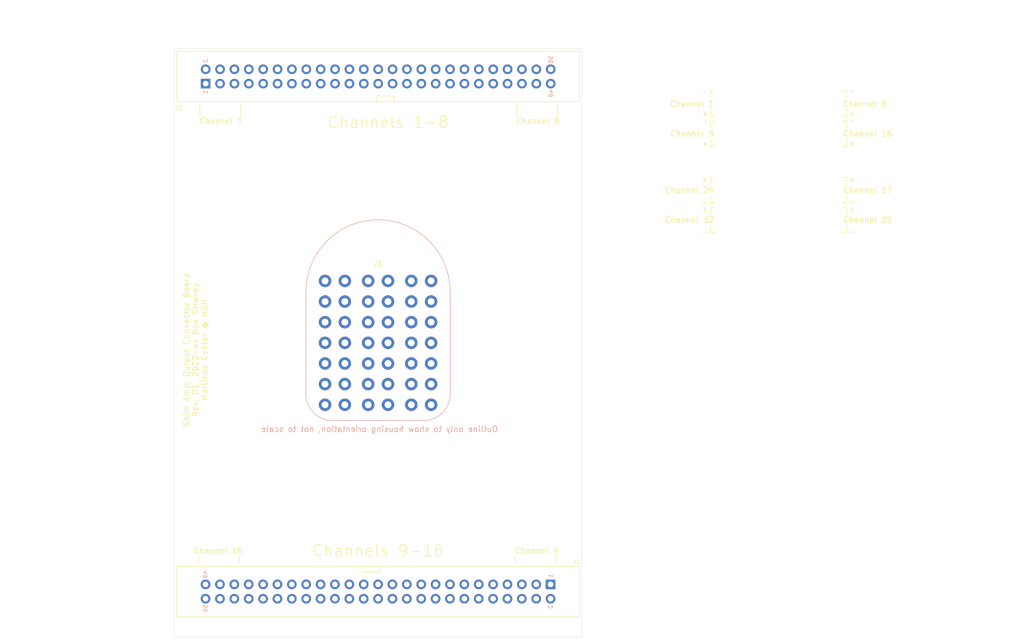
<source format=kicad_pcb>
(kicad_pcb (version 20211014) (generator pcbnew)
  (layers (0 "F.Cu" signal) (1 "In1.Cu" signal) (2 "In2.Cu" signal) (31 "B.Cu" signal) (34 "B.Paste" user) (35 "F.Paste" user) (36 "B.SilkS" user "B.Silkscreen") (37 "F.SilkS" user "F.Silkscreen") (38 "B.Mask" user) (39 "F.Mask" user) (44 "Edge.Cuts" user))
  (net 0 "")
  (net 9 "/P9+")
  (net 10 "/P9-")
  (net 11 "/P1+")
  (net 12 "/P1-")
  (net 13 "/P10+")
  (net 14 "/P10-")
  (net 15 "/P2+")
  (net 16 "/P2-")
  (net 17 "/P11+")
  (net 18 "/P11-")
  (net 19 "/P3+")
  (net 20 "/P3-")
  (net 21 "/P12+")
  (net 22 "/P12-")
  (net 23 "/P4+")
  (net 24 "/P4-")
  (net 25 "/P13+")
  (net 26 "/P13-")
  (net 27 "/P5+")
  (net 28 "/P5-")
  (net 29 "/P14+")
  (net 30 "/P14-")
  (net 31 "/P6+")
  (net 32 "/P6-")
  (net 33 "/P15+")
  (net 34 "/P15-")
  (net 35 "/P7+")
  (net 36 "/P7-")
  (net 37 "/P16+")
  (net 38 "/P16-")
  (net 39 "/P8+")
  (net 40 "/P8-")
  (footprint "Martinos_std:PinHeader_2x25_P2.54mm_Vertical_Shrouded" (layer "F.Cu") (at 78.54 73.17 90)
    (fp_text reference "J2" (at -4.33 -4.79 180) (layer "F.SilkS") (effects (font (size 0.7 0.7) (thickness 0.12))))
    (fp_text value "Conn_02x25_Odd_Even")
    (fp_text user "1" (at -1.5 0 90) (layer "B.SilkS") (effects (font (size 0.7 0.7) (thickness 0.12)) (justify mirror)))
    (fp_text user "50" (at 4.25 61 90) (layer "B.SilkS") (effects (font (size 0.7 0.7) (thickness 0.12)) (justify mirror)))
    (fp_text user "2" (at 4 0 90) (layer "B.SilkS") (effects (font (size 0.7 0.7) (thickness 0.12)) (justify mirror)))
    (fp_text user "49" (at -1.75 61 90) (layer "B.SilkS") (effects (font (size 0.7 0.7) (thickness 0.12)) (justify mirror)))
    (fp_line (start 5.73 -5.08) (end 5.73 66.04) (layer "F.SilkS") (width 0.12))
    (fp_line (start -3.19 66.04) (end 5.73 66.04) (layer "F.SilkS") (width 0.12))
    (fp_line (start -2.174 30.226) (end -2.174 33.274) (layer "F.SilkS") (width 0.12))
    (fp_line (start -3.19 30.226) (end -2.174 30.226) (layer "F.SilkS") (width 0.12))
    (fp_line (start -3.19 -5.08) (end 5.73 -5.08) (layer "F.SilkS") (width 0.12))
    (fp_line (start -2.174 33.274) (end -3.19 33.274) (layer "F.SilkS") (width 0.12))
    (fp_line (start -3.19 -5.08) (end -3.19 66.04) (layer "F.SilkS") (width 0.12))
    (pad "1" thru_hole rect locked (at 0 0 90) (size 1.7 1.7) (drill 1) (layers *.Cu *.Mask) (net 11 "/P1+"))
    (pad "2" thru_hole oval locked (at 2.54 0 90) (size 1.7 1.7) (drill 1) (layers *.Cu *.Mask) (net 12 "/P1-"))
    (pad "3" thru_hole oval locked (at 0 2.54 90) (size 1.7 1.7) (drill 1) (layers *.Cu *.Mask) (net 11 "/P1+"))
    (pad "4" thru_hole oval locked (at 2.54 2.54 90) (size 1.7 1.7) (drill 1) (layers *.Cu *.Mask) (net 12 "/P1-"))
    (pad "5" thru_hole oval locked (at 0 5.08 90) (size 1.7 1.7) (drill 1) (layers *.Cu *.Mask) (net 11 "/P1+"))
    (pad "6" thru_hole oval locked (at 2.54 5.08 90) (size 1.7 1.7) (drill 1) (layers *.Cu *.Mask) (net 12 "/P1-"))
    (pad "7" thru_hole oval locked (at 0 7.62 90) (size 1.7 1.7) (drill 1) (layers *.Cu *.Mask) (net 15 "/P2+"))
    (pad "8" thru_hole oval locked (at 2.54 7.62 90) (size 1.7 1.7) (drill 1) (layers *.Cu *.Mask) (net 16 "/P2-"))
    (pad "9" thru_hole oval locked (at 0 10.16 90) (size 1.7 1.7) (drill 1) (layers *.Cu *.Mask) (net 15 "/P2+"))
    (pad "10" thru_hole oval locked (at 2.54 10.16 90) (size 1.7 1.7) (drill 1) (layers *.Cu *.Mask) (net 16 "/P2-"))
    (pad "11" thru_hole oval locked (at 0 12.7 90) (size 1.7 1.7) (drill 1) (layers *.Cu *.Mask) (net 15 "/P2+"))
    (pad "12" thru_hole oval locked (at 2.54 12.7 90) (size 1.7 1.7) (drill 1) (layers *.Cu *.Mask) (net 16 "/P2-"))
    (pad "13" thru_hole oval locked (at 0 15.24 90) (size 1.7 1.7) (drill 1) (layers *.Cu *.Mask) (net 19 "/P3+"))
    (pad "14" thru_hole oval locked (at 2.54 15.24 90) (size 1.7 1.7) (drill 1) (layers *.Cu *.Mask) (net 20 "/P3-"))
    (pad "15" thru_hole oval locked (at 0 17.78 90) (size 1.7 1.7) (drill 1) (layers *.Cu *.Mask) (net 19 "/P3+"))
    (pad "16" thru_hole oval locked (at 2.54 17.78 90) (size 1.7 1.7) (drill 1) (layers *.Cu *.Mask) (net 20 "/P3-"))
    (pad "17" thru_hole oval locked (at 0 20.32 90) (size 1.7 1.7) (drill 1) (layers *.Cu *.Mask) (net 19 "/P3+"))
    (pad "18" thru_hole oval locked (at 2.54 20.32 90) (size 1.7 1.7) (drill 1) (layers *.Cu *.Mask) (net 20 "/P3-"))
    (pad "19" thru_hole oval locked (at 0 22.86 90) (size 1.7 1.7) (drill 1) (layers *.Cu *.Mask) (net 23 "/P4+"))
    (pad "20" thru_hole oval locked (at 2.54 22.86 90) (size 1.7 1.7) (drill 1) (layers *.Cu *.Mask) (net 24 "/P4-"))
    (pad "21" thru_hole oval locked (at 0 25.4 90) (size 1.7 1.7) (drill 1) (layers *.Cu *.Mask) (net 23 "/P4+"))
    (pad "22" thru_hole oval locked (at 2.54 25.4 90) (size 1.7 1.7) (drill 1) (layers *.Cu *.Mask) (net 24 "/P4-"))
    (pad "23" thru_hole oval locked (at 0 27.94 90) (size 1.7 1.7) (drill 1) (layers *.Cu *.Mask) (net 23 "/P4+"))
    (pad "24" thru_hole oval locked (at 2.54 27.94 90) (size 1.7 1.7) (drill 1) (layers *.Cu *.Mask) (net 24 "/P4-"))
    (pad "25" thru_hole oval locked (at 0 30.48 90) (size 1.7 1.7) (drill 1) (layers *.Cu *.Mask))
    (pad "26" thru_hole oval locked (at 2.54 30.48 90) (size 1.7 1.7) (drill 1) (layers *.Cu *.Mask))
    (pad "27" thru_hole oval locked (at 0 33.02 90) (size 1.7 1.7) (drill 1) (layers *.Cu *.Mask) (net 27 "/P5+"))
    (pad "28" thru_hole oval locked (at 2.54 33.02 90) (size 1.7 1.7) (drill 1) (layers *.Cu *.Mask) (net 28 "/P5-"))
    (pad "29" thru_hole oval locked (at 0 35.56 90) (size 1.7 1.7) (drill 1) (layers *.Cu *.Mask) (net 27 "/P5+"))
    (pad "30" thru_hole oval locked (at 2.54 35.56 90) (size 1.7 1.7) (drill 1) (layers *.Cu *.Mask) (net 28 "/P5-"))
    (pad "31" thru_hole oval locked (at 0 38.1 90) (size 1.7 1.7) (drill 1) (layers *.Cu *.Mask) (net 27 "/P5+"))
    (pad "32" thru_hole oval locked (at 2.54 38.1 90) (size 1.7 1.7) (drill 1) (layers *.Cu *.Mask) (net 28 "/P5-"))
    (pad "33" thru_hole oval locked (at 0 40.64 90) (size 1.7 1.7) (drill 1) (layers *.Cu *.Mask) (net 31 "/P6+"))
    (pad "34" thru_hole oval locked (at 2.54 40.64 90) (size 1.7 1.7) (drill 1) (layers *.Cu *.Mask) (net 32 "/P6-"))
    (pad "35" thru_hole oval locked (at 0 43.18 90) (size 1.7 1.7) (drill 1) (layers *.Cu *.Mask) (net 31 "/P6+"))
    (pad "36" thru_hole oval locked (at 2.54 43.18 90) (size 1.7 1.7) (drill 1) (layers *.Cu *.Mask) (net 32 "/P6-"))
    (pad "37" thru_hole oval locked (at 0 45.72 90) (size 1.7 1.7) (drill 1) (layers *.Cu *.Mask) (net 31 "/P6+"))
    (pad "38" thru_hole oval locked (at 2.54 45.72 90) (size 1.7 1.7) (drill 1) (layers *.Cu *.Mask) (net 32 "/P6-"))
    (pad "39" thru_hole oval locked (at 0 48.26 90) (size 1.7 1.7) (drill 1) (layers *.Cu *.Mask) (net 35 "/P7+"))
    (pad "40" thru_hole oval locked (at 2.54 48.26 90) (size 1.7 1.7) (drill 1) (layers *.Cu *.Mask) (net 36 "/P7-"))
    (pad "41" thru_hole oval locked (at 0 50.8 90) (size 1.7 1.7) (drill 1) (layers *.Cu *.Mask) (net 35 "/P7+"))
    (pad "42" thru_hole oval locked (at 2.54 50.8 90) (size 1.7 1.7) (drill 1) (layers *.Cu *.Mask) (net 36 "/P7-"))
    (pad "43" thru_hole oval locked (at 0 53.34 90) (size 1.7 1.7) (drill 1) (layers *.Cu *.Mask) (net 35 "/P7+"))
    (pad "44" thru_hole oval locked (at 2.54 53.34 90) (size 1.7 1.7) (drill 1) (layers *.Cu *.Mask) (net 36 "/P7-"))
    (pad "45" thru_hole oval locked (at 0 55.88 90) (size 1.7 1.7) (drill 1) (layers *.Cu *.Mask) (net 39 "/P8+"))
    (pad "46" thru_hole oval locked (at 2.54 55.88 90) (size 1.7 1.7) (drill 1) (layers *.Cu *.Mask) (net 40 "/P8-"))
    (pad "47" thru_hole oval locked (at 0 58.42 90) (size 1.7 1.7) (drill 1) (layers *.Cu *.Mask) (net 39 "/P8+"))
    (pad "48" thru_hole oval locked (at 2.54 58.42 90) (size 1.7 1.7) (drill 1) (layers *.Cu *.Mask) (net 40 "/P8-"))
    (pad "49" thru_hole oval locked (at 0 60.96 90) (size 1.7 1.7) (drill 1) (layers *.Cu *.Mask) (net 39 "/P8+"))
    (pad "50" thru_hole oval locked (at 2.54 60.96 90) (size 1.7 1.7) (drill 1) (layers *.Cu *.Mask) (net 40 "/P8-"))
  )
  (footprint "Martinos_std:PinHeader_2x25_P2.54mm_Vertical_Shrouded" (layer "F.Cu") (at 139.48 161.71 -90)
    (fp_text reference "J3" (at -3.96 -4.54) (layer "F.SilkS") (effects (font (size 0.7 0.7) (thickness 0.12))))
    (fp_text value "Conn_02x25_Odd_Even")
    (fp_text user "50" (at 4.25 61 90) (layer "B.SilkS") (effects (font (size 0.7 0.7) (thickness 0.12)) (justify mirror)))
    (fp_text user "1" (at -1.5 0 90) (layer "B.SilkS") (effects (font (size 0.7 0.7) (thickness 0.12)) (justify mirror)))
    (fp_text user "49" (at -1.75 61 90) (layer "B.SilkS") (effects (font (size 0.7 0.7) (thickness 0.12)) (justify mirror)))
    (fp_text user "2" (at 4 0 90) (layer "B.SilkS") (effects (font (size 0.7 0.7) (thickness 0.12)) (justify mirror)))
    (fp_line (start 5.73 -5.08) (end 5.73 66.04) (layer "F.SilkS") (width 0.12))
    (fp_line (start -2.174 30.226) (end -2.174 33.274) (layer "F.SilkS") (width 0.12))
    (fp_line (start -3.19 -5.08) (end -3.19 66.04) (layer "F.SilkS") (width 0.12))
    (fp_line (start -3.19 30.226) (end -2.174 30.226) (layer "F.SilkS") (width 0.12))
    (fp_line (start -2.174 33.274) (end -3.19 33.274) (layer "F.SilkS") (width 0.12))
    (fp_line (start -3.19 66.04) (end 5.73 66.04) (layer "F.SilkS") (width 0.12))
    (fp_line (start -3.19 -5.08) (end 5.73 -5.08) (layer "F.SilkS") (width 0.12))
    (pad "1" thru_hole rect locked (at 0 0 270) (size 1.7 1.7) (drill 1) (layers *.Cu *.Mask) (net 9 "/P9+"))
    (pad "2" thru_hole oval locked (at 2.54 0 270) (size 1.7 1.7) (drill 1) (layers *.Cu *.Mask) (net 10 "/P9-"))
    (pad "3" thru_hole oval locked (at 0 2.54 270) (size 1.7 1.7) (drill 1) (layers *.Cu *.Mask) (net 9 "/P9+"))
    (pad "4" thru_hole oval locked (at 2.54 2.54 270) (size 1.7 1.7) (drill 1) (layers *.Cu *.Mask) (net 10 "/P9-"))
    (pad "5" thru_hole oval locked (at 0 5.08 270) (size 1.7 1.7) (drill 1) (layers *.Cu *.Mask) (net 9 "/P9+"))
    (pad "6" thru_hole oval locked (at 2.54 5.08 270) (size 1.7 1.7) (drill 1) (layers *.Cu *.Mask) (net 10 "/P9-"))
    (pad "7" thru_hole oval locked (at 0 7.62 270) (size 1.7 1.7) (drill 1) (layers *.Cu *.Mask) (net 13 "/P10+"))
    (pad "8" thru_hole oval locked (at 2.54 7.62 270) (size 1.7 1.7) (drill 1) (layers *.Cu *.Mask) (net 14 "/P10-"))
    (pad "9" thru_hole oval locked (at 0 10.16 270) (size 1.7 1.7) (drill 1) (layers *.Cu *.Mask) (net 13 "/P10+"))
    (pad "10" thru_hole oval locked (at 2.54 10.16 270) (size 1.7 1.7) (drill 1) (layers *.Cu *.Mask) (net 14 "/P10-"))
    (pad "11" thru_hole oval locked (at 0 12.7 270) (size 1.7 1.7) (drill 1) (layers *.Cu *.Mask) (net 13 "/P10+"))
    (pad "12" thru_hole oval locked (at 2.54 12.7 270) (size 1.7 1.7) (drill 1) (layers *.Cu *.Mask) (net 14 "/P10-"))
    (pad "13" thru_hole oval locked (at 0 15.24 270) (size 1.7 1.7) (drill 1) (layers *.Cu *.Mask) (net 17 "/P11+"))
    (pad "14" thru_hole oval locked (at 2.54 15.24 270) (size 1.7 1.7) (drill 1) (layers *.Cu *.Mask) (net 18 "/P11-"))
    (pad "15" thru_hole oval locked (at 0 17.78 270) (size 1.7 1.7) (drill 1) (layers *.Cu *.Mask) (net 17 "/P11+"))
    (pad "16" thru_hole oval locked (at 2.54 17.78 270) (size 1.7 1.7) (drill 1) (layers *.Cu *.Mask) (net 18 "/P11-"))
    (pad "17" thru_hole oval locked (at 0 20.32 270) (size 1.7 1.7) (drill 1) (layers *.Cu *.Mask) (net 17 "/P11+"))
    (pad "18" thru_hole oval locked (at 2.54 20.32 270) (size 1.7 1.7) (drill 1) (layers *.Cu *.Mask) (net 18 "/P11-"))
    (pad "19" thru_hole oval locked (at 0 22.86 270) (size 1.7 1.7) (drill 1) (layers *.Cu *.Mask) (net 21 "/P12+"))
    (pad "20" thru_hole oval locked (at 2.54 22.86 270) (size 1.7 1.7) (drill 1) (layers *.Cu *.Mask) (net 22 "/P12-"))
    (pad "21" thru_hole oval locked (at 0 25.4 270) (size 1.7 1.7) (drill 1) (layers *.Cu *.Mask) (net 21 "/P12+"))
    (pad "22" thru_hole oval locked (at 2.54 25.4 270) (size 1.7 1.7) (drill 1) (layers *.Cu *.Mask) (net 22 "/P12-"))
    (pad "23" thru_hole oval locked (at 0 27.94 270) (size 1.7 1.7) (drill 1) (layers *.Cu *.Mask) (net 21 "/P12+"))
    (pad "24" thru_hole oval locked (at 2.54 27.94 270) (size 1.7 1.7) (drill 1) (layers *.Cu *.Mask) (net 22 "/P12-"))
    (pad "25" thru_hole oval locked (at 0 30.48 270) (size 1.7 1.7) (drill 1) (layers *.Cu *.Mask))
    (pad "26" thru_hole oval locked (at 2.54 30.48 270) (size 1.7 1.7) (drill 1) (layers *.Cu *.Mask))
    (pad "27" thru_hole oval locked (at 0 33.02 270) (size 1.7 1.7) (drill 1) (layers *.Cu *.Mask) (net 25 "/P13+"))
    (pad "28" thru_hole oval locked (at 2.54 33.02 270) (size 1.7 1.7) (drill 1) (layers *.Cu *.Mask) (net 26 "/P13-"))
    (pad "29" thru_hole oval locked (at 0 35.56 270) (size 1.7 1.7) (drill 1) (layers *.Cu *.Mask) (net 25 "/P13+"))
    (pad "30" thru_hole oval locked (at 2.54 35.56 270) (size 1.7 1.7) (drill 1) (layers *.Cu *.Mask) (net 26 "/P13-"))
    (pad "31" thru_hole oval locked (at 0 38.1 270) (size 1.7 1.7) (drill 1) (layers *.Cu *.Mask) (net 25 "/P13+"))
    (pad "32" thru_hole oval locked (at 2.54 38.1 270) (size 1.7 1.7) (drill 1) (layers *.Cu *.Mask) (net 26 "/P13-"))
    (pad "33" thru_hole oval locked (at 0 40.64 270) (size 1.7 1.7) (drill 1) (layers *.Cu *.Mask) (net 29 "/P14+"))
    (pad "34" thru_hole oval locked (at 2.54 40.64 270) (size 1.7 1.7) (drill 1) (layers *.Cu *.Mask) (net 30 "/P14-"))
    (pad "35" thru_hole oval locked (at 0 43.18 270) (size 1.7 1.7) (drill 1) (layers *.Cu *.Mask) (net 29 "/P14+"))
    (pad "36" thru_hole oval locked (at 2.54 43.18 270) (size 1.7 1.7) (drill 1) (layers *.Cu *.Mask) (net 30 "/P14-"))
    (pad "37" thru_hole oval locked (at 0 45.72 270) (size 1.7 1.7) (drill 1) (layers *.Cu *.Mask) (net 29 "/P14+"))
    (pad "38" thru_hole oval locked (at 2.54 45.72 270) (size 1.7 1.7) (drill 1) (layers *.Cu *.Mask) (net 30 "/P14-"))
    (pad "39" thru_hole oval locked (at 0 48.26 270) (size 1.7 1.7) (drill 1) (layers *.Cu *.Mask) (net 33 "/P15+"))
    (pad "40" thru_hole oval locked (at 2.54 48.26 270) (size 1.7 1.7) (drill 1) (layers *.Cu *.Mask) (net 34 "/P15-"))
    (pad "41" thru_hole oval locked (at 0 50.8 270) (size 1.7 1.7) (drill 1) (layers *.Cu *.Mask) (net 33 "/P15+"))
    (pad "42" thru_hole oval locked (at 2.54 50.8 270) (size 1.7 1.7) (drill 1) (layers *.Cu *.Mask) (net 34 "/P15-"))
    (pad "43" thru_hole oval locked (at 0 53.34 270) (size 1.7 1.7) (drill 1) (layers *.Cu *.Mask) (net 33 "/P15+"))
    (pad "44" thru_hole oval locked (at 2.54 53.34 270) (size 1.7 1.7) (drill 1) (layers *.Cu *.Mask) (net 34 "/P15-"))
    (pad "45" thru_hole oval locked (at 0 55.88 270) (size 1.7 1.7) (drill 1) (layers *.Cu *.Mask) (net 37 "/P16+"))
    (pad "46" thru_hole oval locked (at 2.54 55.88 270) (size 1.7 1.7) (drill 1) (layers *.Cu *.Mask) (net 38 "/P16-"))
    (pad "47" thru_hole oval locked (at 0 58.42 270) (size 1.7 1.7) (drill 1) (layers *.Cu *.Mask) (net 37 "/P16+"))
    (pad "48" thru_hole oval locked (at 2.54 58.42 270) (size 1.7 1.7) (drill 1) (layers *.Cu *.Mask) (net 38 "/P16-"))
    (pad "49" thru_hole oval locked (at 0 60.96 270) (size 1.7 1.7) (drill 1) (layers *.Cu *.Mask) (net 37 "/P16+"))
    (pad "50" thru_hole oval locked (at 2.54 60.96 270) (size 1.7 1.7) (drill 1) (layers *.Cu *.Mask) (net 38 "/P16-"))
  )
  (footprint "MountingHole:MountingHole_4.3mm_M4" (layer "F.Cu") (at 89 89.48)
    (fp_text reference "H1" hide)
    (fp_text value "M4")
    (pad "" np_thru_hole circle locked (at 0 0) (size 4.3 4.3) (drill 4.3) (layers *.Cu *.Mask))
  )
  (footprint "MountingHole:MountingHole_4.3mm_M4" (layer "F.Cu") (at 89 151.48)
    (fp_text reference "H3" hide)
    (fp_text value "M4")
    (pad "" np_thru_hole circle locked (at 0 0) (size 4.3 4.3) (drill 4.3) (layers *.Cu *.Mask))
  )
  (footprint "MountingHole:MountingHole_4.3mm_M4" (layer "F.Cu") (at 129 151.48)
    (fp_text reference "H4" hide)
    (fp_text value "M4")
    (pad "" np_thru_hole circle locked (at 0 0) (size 4.3 4.3) (drill 4.3) (layers *.Cu *.Mask))
  )
  (footprint "MountingHole:MountingHole_4.3mm_M4" (layer "F.Cu") (at 129 89.48)
    (fp_text reference "H2" hide)
    (fp_text value "M4")
    (pad "" np_thru_hole circle locked (at 0 0) (size 4.3 4.3) (drill 4.3) (layers *.Cu *.Mask))
  )
  (footprint "Don:ODU-MAC_Zero_6x7" (layer "B.Cu") (at 109 119 180)
    (fp_text reference "J1" (at 0 13.97) (layer "F.SilkS"))
    (fp_text value "ODU-MAC_Zero_6x7")
    (pad "1" thru_hole circle locked (at -9.37 10.95 180) (size 2.2 2.2) (drill 1.22) (layers *.Cu *.Mask))
    (pad "2" thru_hole circle locked (at -5.87 10.95 180) (size 2.2 2.2) (drill 1.22) (layers *.Cu *.Mask))
    (pad "3" thru_hole circle locked (at -9.37 7.3 180) (size 2.2 2.2) (drill 1.22) (layers *.Cu *.Mask))
    (pad "4" thru_hole circle locked (at -5.87 7.3 180) (size 2.2 2.2) (drill 1.22) (layers *.Cu *.Mask))
    (pad "5" thru_hole circle locked (at -9.37 3.65 180) (size 2.2 2.2) (drill 1.22) (layers *.Cu *.Mask))
    (pad "6" thru_hole circle locked (at -5.87 3.65 180) (size 2.2 2.2) (drill 1.22) (layers *.Cu *.Mask))
    (pad "7" thru_hole circle locked (at -9.37 0 180) (size 2.2 2.2) (drill 1.22) (layers *.Cu *.Mask))
    (pad "8" thru_hole circle locked (at -5.87 0 180) (size 2.2 2.2) (drill 1.22) (layers *.Cu *.Mask))
    (pad "9" thru_hole circle locked (at -9.37 -3.65 180) (size 2.2 2.2) (drill 1.22) (layers *.Cu *.Mask))
    (pad "10" thru_hole circle locked (at -5.87 -3.65 180) (size 2.2 2.2) (drill 1.22) (layers *.Cu *.Mask))
    (pad "11" thru_hole circle locked (at -9.37 -7.3 180) (size 2.2 2.2) (drill 1.22) (layers *.Cu *.Mask))
    (pad "12" thru_hole circle locked (at -5.87 -7.3 180) (size 2.2 2.2) (drill 1.22) (layers *.Cu *.Mask))
    (pad "13" thru_hole circle locked (at -9.37 -10.95 180) (size 2.2 2.2) (drill 1.22) (layers *.Cu *.Mask))
    (pad "14" thru_hole circle locked (at -5.87 -10.95 180) (size 2.2 2.2) (drill 1.22) (layers *.Cu *.Mask))
    (pad "15" thru_hole circle locked (at -1.75 10.95 180) (size 2.2 2.2) (drill 1.22) (layers *.Cu *.Mask))
    (pad "16" thru_hole circle locked (at 1.75 10.95 180) (size 2.2 2.2) (drill 1.22) (layers *.Cu *.Mask))
    (pad "17" thru_hole circle locked (at -1.75 7.3 180) (size 2.2 2.2) (drill 1.22) (layers *.Cu *.Mask))
    (pad "18" thru_hole circle locked (at 1.75 7.3 180) (size 2.2 2.2) (drill 1.22) (layers *.Cu *.Mask))
    (pad "19" thru_hole circle locked (at -1.75 3.65 180) (size 2.2 2.2) (drill 1.22) (layers *.Cu *.Mask))
    (pad "20" thru_hole circle locked (at 1.75 3.65 180) (size 2.2 2.2) (drill 1.22) (layers *.Cu *.Mask))
    (pad "21" thru_hole circle locked (at -1.75 0 180) (size 2.2 2.2) (drill 1.22) (layers *.Cu *.Mask))
    (pad "22" thru_hole circle locked (at 1.75 0 180) (size 2.2 2.2) (drill 1.22) (layers *.Cu *.Mask))
    (pad "23" thru_hole circle locked (at -1.75 -3.65 180) (size 2.2 2.2) (drill 1.22) (layers *.Cu *.Mask))
    (pad "24" thru_hole circle locked (at 1.75 -3.65 180) (size 2.2 2.2) (drill 1.22) (layers *.Cu *.Mask))
    (pad "25" thru_hole circle locked (at -1.75 -7.3 180) (size 2.2 2.2) (drill 1.22) (layers *.Cu *.Mask))
    (pad "26" thru_hole circle locked (at 1.75 -7.3 180) (size 2.2 2.2) (drill 1.22) (layers *.Cu *.Mask))
    (pad "27" thru_hole circle locked (at -1.75 -10.95 180) (size 2.2 2.2) (drill 1.22) (layers *.Cu *.Mask))
    (pad "28" thru_hole circle locked (at 1.75 -10.95 180) (size 2.2 2.2) (drill 1.22) (layers *.Cu *.Mask))
    (pad "29" thru_hole circle locked (at 5.87 10.95 180) (size 2.2 2.2) (drill 1.22) (layers *.Cu *.Mask))
    (pad "30" thru_hole circle locked (at 9.37 10.95 180) (size 2.2 2.2) (drill 1.22) (layers *.Cu *.Mask))
    (pad "31" thru_hole circle locked (at 5.87 7.3 180) (size 2.2 2.2) (drill 1.22) (layers *.Cu *.Mask))
    (pad "32" thru_hole circle locked (at 9.37 7.3 180) (size 2.2 2.2) (drill 1.22) (layers *.Cu *.Mask))
    (pad "33" thru_hole circle locked (at 5.87 3.65 180) (size 2.2 2.2) (drill 1.22) (layers *.Cu *.Mask))
    (pad "34" thru_hole circle locked (at 9.37 3.65 180) (size 2.2 2.2) (drill 1.22) (layers *.Cu *.Mask))
    (pad "35" thru_hole circle locked (at 5.87 0 180) (size 2.2 2.2) (drill 1.22) (layers *.Cu *.Mask))
    (pad "36" thru_hole circle locked (at 9.37 0 180) (size 2.2 2.2) (drill 1.22) (layers *.Cu *.Mask))
    (pad "37" thru_hole circle locked (at 5.87 -3.65 180) (size 2.2 2.2) (drill 1.22) (layers *.Cu *.Mask))
    (pad "38" thru_hole circle locked (at 9.37 -3.65 180) (size 2.2 2.2) (drill 1.22) (layers *.Cu *.Mask))
    (pad "39" thru_hole circle locked (at 5.87 -7.3 180) (size 2.2 2.2) (drill 1.22) (layers *.Cu *.Mask))
    (pad "40" thru_hole circle locked (at 9.37 -7.3 180) (size 2.2 2.2) (drill 1.22) (layers *.Cu *.Mask))
    (pad "41" thru_hole circle locked (at 5.87 -10.95 180) (size 2.2 2.2) (drill 1.22) (layers *.Cu *.Mask))
    (pad "42" thru_hole circle locked (at 9.37 -10.95 180) (size 2.2 2.2) (drill 1.22) (layers *.Cu *.Mask))
  )
  (gr_line (start 96.25 110) (end 96.25 127.75) (layer "B.SilkS") (width 0.12))
  (gr_arc (start 100.75 132.75) (mid 97.464466 131.181981) (end 96.25 127.75) (layer "B.SilkS") (width 0.12))
  (gr_line (start 100.75 132.75) (end 117.25 132.75) (layer "B.SilkS") (width 0.12))
  (gr_arc (start 96.25 110) (mid 109 97.25) (end 121.75 110) (layer "B.SilkS") (width 0.12))
  (gr_line (start 121.75 110) (end 121.75 127.75) (layer "B.SilkS") (width 0.12))
  (gr_arc (start 121.75 127.75) (mid 120.535534 131.181981) (end 117.25 132.75) (layer "B.SilkS") (width 0.12))
  (gr_line (start 191.75 77.75) (end 191.75 79) (layer "F.SilkS") (width 0.12))
  (gr_line (start 191.75 79) (end 191 79) (layer "F.SilkS") (width 0.12))
  (gr_line (start 191.75 75.75) (end 191.75 74.5) (layer "F.SilkS") (width 0.12))
  (gr_line (start 191.75 74.5) (end 191 74.5) (layer "F.SilkS") (width 0.12))
  (gr_line (start 167.75 81) (end 167.75 79.75) (layer "F.SilkS") (width 0.12))
  (gr_line (start 167.75 79.75) (end 168.5 79.75) (layer "F.SilkS") (width 0.12))
  (gr_line (start 167.75 83) (end 167.75 84.25) (layer "F.SilkS") (width 0.12))
  (gr_line (start 167.75 84.25) (end 168.5 84.25) (layer "F.SilkS") (width 0.12))
  (gr_line (start 191.75 84.25) (end 191 84.25) (layer "F.SilkS") (width 0.12))
  (gr_line (start 191.75 81) (end 191.75 79.75) (layer "F.SilkS") (width 0.12))
  (gr_line (start 191.75 83) (end 191.75 84.25) (layer "F.SilkS") (width 0.12))
  (gr_line (start 191.75 79.75) (end 191 79.75) (layer "F.SilkS") (width 0.12))
  (gr_line (start 191.75 89.75) (end 191 89.75) (layer "F.SilkS") (width 0.12))
  (gr_line (start 191.75 91) (end 191.75 89.75) (layer "F.SilkS") (width 0.12))
  (gr_line (start 167.75 91) (end 167.75 89.75) (layer "F.SilkS") (width 0.12))
  (gr_line (start 167.75 89.75) (end 168.5 89.75) (layer "F.SilkS") (width 0.12))
  (gr_line (start 191.75 94.25) (end 191 94.25) (layer "F.SilkS") (width 0.12))
  (gr_line (start 167.75 93) (end 167.75 94.25) (layer "F.SilkS") (width 0.12))
  (gr_line (start 191.75 93) (end 191.75 94.25) (layer "F.SilkS") (width 0.12))
  (gr_line (start 167.75 94.25) (end 168.5 94.25) (layer "F.SilkS") (width 0.12))
  (gr_line (start 167.75 96.25) (end 167.75 95) (layer "F.SilkS") (width 0.12))
  (gr_line (start 167.75 99.5) (end 168.5 99.5) (layer "F.SilkS") (width 0.12))
  (gr_line (start 191.75 95) (end 191 95) (layer "F.SilkS") (width 0.12))
  (gr_line (start 191.75 98.25) (end 191.75 99.5) (layer "F.SilkS") (width 0.12))
  (gr_line (start 191.75 96.25) (end 191.75 95) (layer "F.SilkS") (width 0.12))
  (gr_line (start 191.75 99.5) (end 191 99.5) (layer "F.SilkS") (width 0.12))
  (gr_line (start 167.75 98.25) (end 167.75 99.5) (layer "F.SilkS") (width 0.12))
  (gr_line (start 167.75 95) (end 168.5 95) (layer "F.SilkS") (width 0.12))
  (gr_line (start 133.25 158) (end 133.25 156.75) (layer "F.SilkS") (width 0.12))
  (gr_line (start 140.5 158) (end 140.5 156.75) (layer "F.SilkS") (width 0.12))
  (gr_line (start 84.75 76.75) (end 84.75 78.75) (layer "F.SilkS") (width 0.12))
  (gr_line (start 133.5 76.75) (end 133.5 78.75) (layer "F.SilkS") (width 0.12))
  (gr_line (start 77.5 76.75) (end 77.5 78.75) (layer "F.SilkS") (width 0.12))
  (gr_line (start 140.75 76.75) (end 140.75 78.75) (layer "F.SilkS") (width 0.12))
  (gr_line (start 84.5 158) (end 84.5 156.75) (layer "F.SilkS") (width 0.12))
  (gr_line (start 167.75 79) (end 168.5 79) (layer "F.SilkS") (width 0.12))
  (gr_line (start 167.75 75.75) (end 167.75 74.5) (layer "F.SilkS") (width 0.12))
  (gr_line (start 77.25 158) (end 77.25 156.75) (layer "F.SilkS") (width 0.12))
  (gr_line (start 167.75 74.5) (end 168.5 74.5) (layer "F.SilkS") (width 0.12))
  (gr_line (start 167.75 77.75) (end 167.75 79) (layer "F.SilkS") (width 0.12))
  (gr_line (start 145 171) (end 73 171) (layer "Edge.Cuts") (width 0.05))
  (gr_line (start 73 171) (end 73 67) (layer "Edge.Cuts") (width 0.05))
  (gr_line (start 73 67) (end 145 67) (layer "Edge.Cuts") (width 0.05))
  (gr_line (start 145 67) (end 145 171) (layer "Edge.Cuts") (width 0.05))
  (gr_text "Outline only to show housing orientation, not to scale" (at 109.25 134.25) (layer "B.SilkS") (effects (font (size 1 1)) (justify mirror)))
  (gr_text "Channel 9" (at 164.5 82) (layer "F.SilkS") (effects (font (size 1 1))))
  (gr_text "Channel 16" (at 195.5 82) (layer "F.SilkS") (effects (font (size 1 1))))
  (gr_text "Channel 32" (at 164 97.25) (layer "F.SilkS") (effects (font (size 1 1))))
  (gr_text "Channel 25" (at 195.5 97.25) (layer "F.SilkS") (effects (font (size 1 1))))
  (gr_text "Channel 17" (at 195.5 92) (layer "F.SilkS") (effects (font (size 1 1))))
  (gr_text "Channel 24" (at 164 92) (layer "F.SilkS") (effects (font (size 1 1))))
  (gr_text "Channel 8" (at 137.25 79.75) (layer "F.SilkS") (effects (font (size 1 1))))
  (gr_text "Channel 16" (at 80.75 155.75) (layer "F.SilkS") (effects (font (size 1 1))))
  (gr_text "Channel 9" (at 137 155.75) (layer "F.SilkS") (effects (font (size 1 1))))
  (gr_text "Channels 1-8" (at 110.75 80) (layer "F.SilkS") (effects (font (size 2 2))))
  (gr_text "Channels 9-16" (at 109 155.75) (layer "F.SilkS") (effects (font (size 2 2))))
  (gr_text "-" (at 166.75 94.25 180) (layer "F.SilkS") (effects (font (size 1 1))))
  (gr_text "+" (at 166.75 90.25 180) (layer "F.SilkS") (effects (font (size 1 1))))
  (gr_text "+" (at 166.75 95.5 180) (layer "F.SilkS") (effects (font (size 1 1))))
  (gr_text "-" (at 166.75 99.5 180) (layer "F.SilkS") (effects (font (size 1 1))))
  (gr_text "-" (at 192.75 79.75) (layer "F.SilkS") (effects (font (size 1 1))))
  (gr_text "+" (at 192.75 83.75) (layer "F.SilkS") (effects (font (size 1 1))))
  (gr_text "+" (at 192.75 95.5 180) (layer "F.SilkS") (effects (font (size 1 1))))
  (gr_text "-" (at 192.75 99.5 180) (layer "F.SilkS") (effects (font (size 1 1))))
  (gr_text "-" (at 192.75 74.5) (layer "F.SilkS") (effects (font (size 1 1))))
  (gr_text "Channel 1" (at 164.5 76.75) (layer "F.SilkS") (effects (font (size 1 1))))
  (gr_text "Channel 1" (at 81.25 79.75) (layer "F.SilkS") (effects (font (size 1 1))))
  (gr_text "+" (at 192.75 78.5) (layer "F.SilkS") (effects (font (size 1 1))))
  (gr_text "-" (at 192.75 94.25 180) (layer "F.SilkS") (effects (font (size 1 1))))
  (gr_text "-" (at 166.75 74.5) (layer "F.SilkS") (effects (font (size 1 1))))
  (gr_text "Shim Amp: Output Connector Board\nRev. D1, 2022-xx Don Straney\nMartinos Center @ MGH" (at 76.75 120.25 90) (layer "F.SilkS") (effects (font (size 1 1))))
  (gr_text "Channel 8" (at 195 76.75) (layer "F.SilkS") (effects (font (size 1 1))))
  (gr_text "+" (at 166.75 83.75) (layer "F.SilkS") (effects (font (size 1 1))))
  (gr_text "-" (at 166.75 79.75) (layer "F.SilkS") (effects (font (size 1 1))))
  (gr_text "+" (at 166.75 78.5) (layer "F.SilkS") (effects (font (size 1 1))))
  (gr_text "+" (at 192.75 90.25 180) (layer "F.SilkS") (effects (font (size 1 1))))
)
</source>
